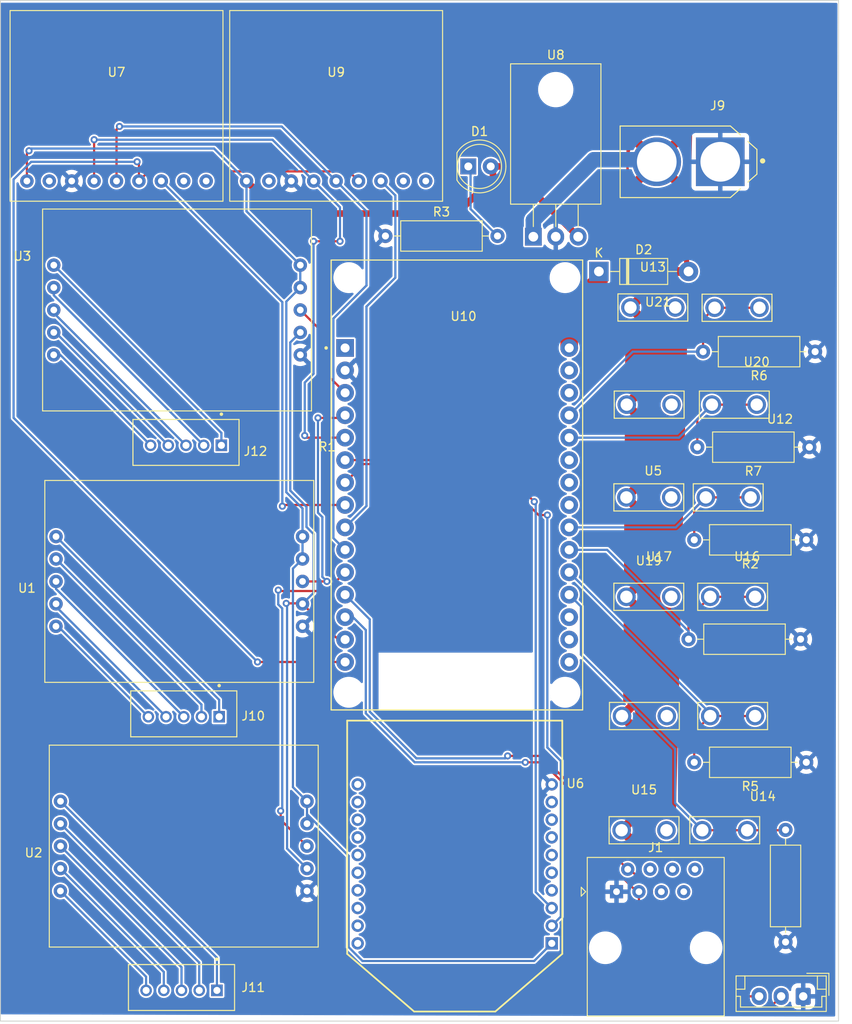
<source format=kicad_pcb>
(kicad_pcb (version 20241229) (generator "pcbnew") (generator_version "9.0")
  (layers (0 "F.Cu" signal) (2 "B.Cu" signal) (13 "F.Paste" user) (15 "B.Paste" user) (5 "F.SilkS" user "F.Silkscreen") (7 "B.SilkS" user "B.Silkscreen") (1 "F.Mask" user) (3 "B.Mask" user) (25 "Edge.Cuts" user))
  (net 0 "")
  (net 1 "Net-(D1-K)")
  (net 2 "Net-(U1-GRN)")
  (net 3 "Net-(U1-WHT)")
  (net 4 "Net-(U1-BLK)")
  (net 5 "Net-(U1-YLW)")
  (net 6 "Net-(U1-RED)")
  (net 7 "Net-(U2-WHT)")
  (net 8 "Net-(U2-RED)")
  (net 9 "Net-(U2-BLK)")
  (net 10 "Net-(U2-YLW)")
  (net 11 "Net-(U2-GRN)")
  (net 12 "Net-(U3-YLW)")
  (net 13 "Net-(U3-WHT)")
  (net 14 "Net-(U3-GRN)")
  (net 15 "Net-(U3-RED)")
  (net 16 "+12V")
  (net 17 "GND")
  (net 18 "PT34")
  (net 19 "PT35")
  (net 20 "PT33")
  (net 21 "PT32")
  (net 22 "+3V3")
  (net 23 "CS1")
  (net 24 "CS2")
  (net 25 "SCK")
  (net 26 "SDO")
  (net 27 "SDI")
  (net 28 "DIN")
  (net 29 "DOUT")
  (net 30 "Net-(U3-BLK)")
  (net 51 "CLK")
  (net 52 "DAT")
  (net 57 "RX0")
  (net 58 "TX0")
  (net 66 "PT12")
  (net 67 "PT14")
  (net 68 "VIN")
  (net 70 "DAT2")
  (net 71 "DAT3")
  (footprint "Launchbox:Disconnect_Connector" (layer "F.Cu") (at 201.142 67.2945)
    (property "Reference" "U18" (hide yes))
    (property "Value" "Male_Tab_Connector" (hide yes))
    (pad "1" thru_hole circle (at -2.54 4.08) (size 2.1 2.1) (drill 1.4) (layers "*.Cu" "*.Mask") (net 66 "PT12"))
    (pad "2" thru_hole circle (at 2.54 4.08) (size 2.1 2.1) (drill 1.4) (layers "*.Cu" "*.Mask") (net 66 "PT12"))
  )
  (footprint "Connector_RJ:RJ45_Amphenol_54602-x08_Horizontal" (layer "F.Cu") (at 187.482 137.496)
    (property "Reference" "J1" (at 4.445 -5 0) (layer "F.SilkS"))
    (property "Value" "RJ45")
    (pad "" np_thru_hole circle (at -1.27 6.35) (size 3.2 3.2) (drill 3.2) (layers "*.Cu" "*.Mask"))
    (pad "" np_thru_hole circle (at 10.16 6.35) (size 3.2 3.2) (drill 3.2) (layers "*.Cu" "*.Mask"))
    (pad "1" thru_hole rect (at 0 0) (size 1.5 1.5) (drill 0.76) (layers "*.Cu" "*.Mask") (net 17 "GND"))
    (pad "2" thru_hole circle (at 1.27 -2.54) (size 1.5 1.5) (drill 0.76) (layers "*.Cu" "*.Mask") (net 57 "RX0"))
    (pad "3" thru_hole circle (at 2.54 0) (size 1.5 1.5) (drill 0.76) (layers "*.Cu" "*.Mask") (net 58 "TX0"))
    (pad "4" thru_hole circle (at 3.81 -2.54) (size 1.5 1.5) (drill 0.76) (layers "*.Cu" "*.Mask"))
    (pad "5" thru_hole circle (at 5.08 0) (size 1.5 1.5) (drill 0.76) (layers "*.Cu" "*.Mask"))
    (pad "6" thru_hole circle (at 6.35 -2.54) (size 1.5 1.5) (drill 0.76) (layers "*.Cu" "*.Mask"))
    (pad "7" thru_hole circle (at 7.62 0) (size 1.5 1.5) (drill 0.76) (layers "*.Cu" "*.Mask"))
    (pad "8" thru_hole circle (at 8.89 -2.54) (size 1.5 1.5) (drill 0.76) (layers "*.Cu" "*.Mask"))
  )
  (footprint "LED_THT:LED_D5.0mm" (layer "F.Cu") (at 170.683 55.372)
    (property "Reference" "D1" (at 1.27 -3.96 0) (layer "F.SilkS"))
    (property "Value" "LED")
    (pad "1" thru_hole rect (at 0 0) (size 1.8 1.8) (drill 0.9) (layers "*.Cu" "*.Mask") (net 1 "Net-(D1-K)"))
    (pad "2" thru_hole circle (at 2.54 0) (size 1.8 1.8) (drill 0.9) (layers "*.Cu" "*.Mask") (net 22 "+3V3"))
  )
  (footprint "Launchbox:TE_1735446-5" (layer "F.Cu") (at 138.43 117.6865)
    (property "Reference" "J10" (at 7.874 -0.0845 0) (layer "F.SilkS"))
    (property "Value" "440055-5")
    (pad "1" thru_hole rect (at 4.013 0) (size 1.308 1.308) (drill 0.8) (layers "*.Cu" "*.Mask") (net 6 "Net-(U1-RED)"))
    (pad "2" thru_hole circle (at 2.007 0) (size 1.308 1.308) (drill 0.8) (layers "*.Cu" "*.Mask") (net 4 "Net-(U1-BLK)"))
    (pad "3" thru_hole circle (at 0 0) (size 1.308 1.308) (drill 0.8) (layers "*.Cu" "*.Mask") (net 3 "Net-(U1-WHT)"))
    (pad "4" thru_hole circle (at -2.007 0) (size 1.308 1.308) (drill 0.8) (layers "*.Cu" "*.Mask") (net 2 "Net-(U1-GRN)"))
    (pad "5" thru_hole circle (at -4.013 0) (size 1.308 1.308) (drill 0.8) (layers "*.Cu" "*.Mask") (net 5 "Net-(U1-YLW)"))
  )
  (footprint "Launchbox:XBee" (layer "F.Cu") (at 169.142 134.596 180)
    (property "Reference" "U6" (at -13.67664 9.3535 180) (layer "F.SilkS") (effects (font (size 1.003055 1.003055))))
    (property "Value" "XBee_Breakout")
    (pad "1" thru_hole rect (at -11 -8.75 180) (size 1.4 1.4) (drill 0.8) (layers "*.Cu" "*.Mask") (net 22 "+3V3"))
    (pad "2" thru_hole circle (at -11 -6.75 180) (size 1.4 1.4) (drill 0.8) (layers "*.Cu" "*.Mask") (net 29 "DOUT"))
    (pad "3" thru_hole circle (at -11 -4.75 180) (size 1.4 1.4) (drill 0.8) (layers "*.Cu" "*.Mask") (net 28 "DIN"))
    (pad "4" thru_hole circle (at -11 -2.75 180) (size 1.4 1.4) (drill 0.8) (layers "*.Cu" "*.Mask"))
    (pad "5" thru_hole circle (at -11 -0.75 180) (size 1.4 1.4) (drill 0.8) (layers "*.Cu" "*.Mask"))
    (pad "6" thru_hole circle (at -11 1.25 180) (size 1.4 1.4) (drill 0.8) (layers "*.Cu" "*.Mask"))
    (pad "7" thru_hole circle (at -11 3.25 180) (size 1.4 1.4) (drill 0.8) (layers "*.Cu" "*.Mask"))
    (pad "8" thru_hole circle (at -11 5.25 180) (size 1.4 1.4) (drill 0.8) (layers "*.Cu" "*.Mask"))
    (pad "9" thru_hole circle (at -11 7.25 180) (size 1.4 1.4) (drill 0.8) (layers "*.Cu" "*.Mask"))
    (pad "10" thru_hole circle (at -11 9.25 180) (size 1.4 1.4) (drill 0.8) (layers "*.Cu" "*.Mask") (net 17 "GND"))
    (pad "11" thru_hole circle (at 11 -8.75 180) (size 1.4 1.4) (drill 0.8) (layers "*.Cu" "*.Mask"))
    (pad "12" thru_hole circle (at 11 -6.75 180) (size 1.4 1.4) (drill 0.8) (layers "*.Cu" "*.Mask"))
    (pad "13" thru_hole circle (at 11 -4.75 180) (size 1.4 1.4) (drill 0.8) (layers "*.Cu" "*.Mask"))
    (pad "14" thru_hole circle (at 11 -2.75 180) (size 1.4 1.4) (drill 0.8) (layers "*.Cu" "*.Mask"))
    (pad "15" thru_hole circle (at 11 -0.75 180) (size 1.4 1.4) (drill 0.8) (layers "*.Cu" "*.Mask"))
    (pad "16" thru_hole circle (at 11 1.25 180) (size 1.4 1.4) (drill 0.8) (layers "*.Cu" "*.Mask"))
    (pad "17" thru_hole circle (at 11 3.25 180) (size 1.4 1.4) (drill 0.8) (layers "*.Cu" "*.Mask"))
    (pad "18" thru_hole circle (at 11 5.25 180) (size 1.4 1.4) (drill 0.8) (layers "*.Cu" "*.Mask"))
    (pad "19" thru_hole circle (at 11 7.25 180) (size 1.4 1.4) (drill 0.8) (layers "*.Cu" "*.Mask"))
    (pad "20" thru_hole circle (at 11 9.25 180) (size 1.4 1.4) (drill 0.8) (layers "*.Cu" "*.Mask"))
  )
  (footprint "Launchbox:MAX31856" (layer "F.Cu") (at 155.702 48.514)
    (property "Reference" "U9" (at 0 -3.81 0) (layer "F.SilkS"))
    (property "Value" "MAX31856")
    (pad "1" thru_hole circle (at -10.16 8.509) (size 1.524 1.524) (drill 0.762) (layers "*.Cu" "*.Mask") (net 22 "+3V3"))
    (pad "2" thru_hole circle (at -7.62 8.509) (size 1.524 1.524) (drill 0.762) (layers "*.Cu" "*.Mask"))
    (pad "3" thru_hole circle (at -5.08 8.509) (size 1.524 1.524) (drill 0.762) (layers "*.Cu" "*.Mask") (net 17 "GND"))
    (pad "4" thru_hole circle (at -2.54 8.509) (size 1.524 1.524) (drill 0.762) (layers "*.Cu" "*.Mask") (net 25 "SCK"))
    (pad "5" thru_hole circle (at 0 8.509) (size 1.524 1.524) (drill 0.762) (layers "*.Cu" "*.Mask") (net 26 "SDO"))
    (pad "6" thru_hole circle (at 2.54 8.509) (size 1.524 1.524) (drill 0.762) (layers "*.Cu" "*.Mask") (net 27 "SDI"))
    (pad "7" thru_hole circle (at 5.08 8.509) (size 1.524 1.524) (drill 0.762) (layers "*.Cu" "*.Mask") (net 24 "CS2"))
    (pad "8" thru_hole circle (at 7.62 8.509) (size 1.524 1.524) (drill 0.762) (layers "*.Cu" "*.Mask"))
    (pad "9" thru_hole circle (at 10.16 8.509) (size 1.524 1.524) (drill 0.762) (layers "*.Cu" "*.Mask"))
  )
  (footprint "ESP32-DEVKIT-V1:MODULE_ESP32_DEVKIT_V1" (layer "F.Cu") (at 169.418 91.44)
    (property "Reference" "U10" (at 0.724 -19.094 0) (layer "F.SilkS"))
    (property "Value" "ESP32-DEVKIT-V1_1")
    (pad "" np_thru_hole circle (at -12.28 -23.475) (size 3 3) (drill 3) (layers "*.Cu" "*.Mask"))
    (pad "" np_thru_hole circle (at -12.28 23.475) (size 3 3) (drill 3) (layers "*.Cu" "*.Mask"))
    (pad "" np_thru_hole circle (at 12.23 -23.475) (size 3 3) (drill 3) (layers "*.Cu" "*.Mask"))
    (pad "" np_thru_hole circle (at 12.23 23.475) (size 3 3) (drill 3) (layers "*.Cu" "*.Mask"))
    (pad "1" thru_hole rect (at -12.7 -15.515) (size 2 2) (drill 1.02) (layers "*.Cu" "*.Mask"))
    (pad "2" thru_hole circle (at -12.7 -12.975) (size 2 2) (drill 1.02) (layers "*.Cu" "*.Mask") (net 17 "GND"))
    (pad "3" thru_hole circle (at -12.7 -10.435) (size 2 2) (drill 1.02) (layers "*.Cu" "*.Mask") (net 71 "DAT3"))
    (pad "4" thru_hole circle (at -12.7 -7.895) (size 2 2) (drill 1.02) (layers "*.Cu" "*.Mask") (net 70 "DAT2"))
    (pad "5" thru_hole circle (at -12.7 -5.355) (size 2 2) (drill 1.02) (layers "*.Cu" "*.Mask") (net 25 "SCK"))
    (pad "6" thru_hole circle (at -12.7 -2.815) (size 2 2) (drill 1.02) (layers "*.Cu" "*.Mask") (net 28 "DIN"))
    (pad "7" thru_hole circle (at -12.7 -0.275) (size 2 2) (drill 1.02) (layers "*.Cu" "*.Mask") (net 29 "DOUT"))
    (pad "8" thru_hole circle (at -12.7 2.265) (size 2 2) (drill 1.02) (layers "*.Cu" "*.Mask") (net 23 "CS1"))
    (pad "9" thru_hole circle (at -12.7 4.805) (size 2 2) (drill 1.02) (layers "*.Cu" "*.Mask") (net 24 "CS2"))
    (pad "10" thru_hole circle (at -12.7 7.345) (size 2 2) (drill 1.02) (layers "*.Cu" "*.Mask") (net 26 "SDO"))
    (pad "11" thru_hole circle (at -12.7 9.885) (size 2 2) (drill 1.02) (layers "*.Cu" "*.Mask") (net 52 "DAT"))
    (pad "12" thru_hole circle (at -12.7 12.425) (size 2 2) (drill 1.02) (layers "*.Cu" "*.Mask") (net 57 "RX0"))
    (pad "13" thru_hole circle (at -12.7 14.965) (size 2 2) (drill 1.02) (layers "*.Cu" "*.Mask") (net 58 "TX0"))
    (pad "14" thru_hole circle (at -12.7 17.505) (size 2 2) (drill 1.02) (layers "*.Cu" "*.Mask") (net 51 "CLK"))
    (pad "15" thru_hole circle (at -12.7 20.045) (size 2 2) (drill 1.02) (layers "*.Cu" "*.Mask") (net 27 "SDI"))
    (pad "16" thru_hole circle (at 12.7 -15.515) (size 2 2) (drill 1.02) (layers "*.Cu" "*.Mask") (net 68 "VIN"))
    (pad "17" thru_hole circle (at 12.7 -12.975) (size 2 2) (drill 1.02) (layers "*.Cu" "*.Mask"))
    (pad "18" thru_hole circle (at 12.7 -10.435) (size 2 2) (drill 1.02) (layers "*.Cu" "*.Mask"))
    (pad "19" thru_hole circle (at 12.7 -7.895) (size 2 2) (drill 1.02) (layers "*.Cu" "*.Mask") (net 66 "PT12"))
    (pad "20" thru_hole circle (at 12.7 -5.355) (size 2 2) (drill 1.02) (layers "*.Cu" "*.Mask") (net 67 "PT14"))
    (pad "21" thru_hole circle (at 12.7 -2.815) (size 2 2) (drill 1.02) (layers "*.Cu" "*.Mask"))
    (pad "22" thru_hole circle (at 12.7 -0.275) (size 2 2) (drill 1.02) (layers "*.Cu" "*.Mask"))
    (pad "23" thru_hole circle (at 12.7 2.265) (size 2 2) (drill 1.02) (layers "*.Cu" "*.Mask"))
    (pad "24" thru_hole circle (at 12.7 4.805) (size 2 2) (drill 1.02) (layers "*.Cu" "*.Mask") (net 20 "PT33"))
    (pad "25" thru_hole circle (at 12.7 7.345) (size 2 2) (drill 1.02) (layers "*.Cu" "*.Mask") (net 21 "PT32"))
    (pad "26" thru_hole circle (at 12.7 9.885) (size 2 2) (drill 1.02) (layers "*.Cu" "*.Mask") (net 19 "PT35"))
    (pad "27" thru_hole circle (at 12.7 12.425) (size 2 2) (drill 1.02) (layers "*.Cu" "*.Mask") (net 18 "PT34"))
    (pad "28" thru_hole circle (at 12.7 14.965) (size 2 2) (drill 1.02) (layers "*.Cu" "*.Mask"))
    (pad "29" thru_hole circle (at 12.7 17.505) (size 2 2) (drill 1.02) (layers "*.Cu" "*.Mask"))
    (pad "30" thru_hole circle (at 12.7 20.045) (size 2 2) (drill 1.02) (layers "*.Cu" "*.Mask"))
    (zone (net 0) (net_name "") (layer "F.Cu") (connect_pads (clearance 0)) (min_thickness 0.01)
      (keepout (tracks not_allowed) (vias not_allowed) (pads not_allowed) (copperpour not_allowed) (footprints allowed))
      (fill (thermal_gap 0.508) (thermal_bridge_width 0.508))
      (polygon (pts (xy 160.508 110.425) (xy 178.198 110.425) (xy 178.198 116.915) (xy 160.508 116.915)))
    )
    (zone (net 0) (net_name "") (layer "B.Cu") (connect_pads (clearance 0)) (min_thickness 0.01)
      (keepout (tracks not_allowed) (vias not_allowed) (pads not_allowed) (copperpour not_allowed) (footprints allowed))
      (fill (thermal_gap 0.508) (thermal_bridge_width 0.508))
      (polygon (pts (xy 160.508 110.425) (xy 178.198 110.425) (xy 178.198 116.915) (xy 160.508 116.915)))
    )
  )
  (footprint "Launchbox:Disconnect_Connector" (layer "F.Cu") (at 191.182 78.266)
    (property "Reference" "U21" (at 1.01 -7.5435 0) (layer "F.SilkS"))
    (property "Value" "Female_Tab_Connector" (hide yes))
    (pad "1" thru_hole circle (at -2.54 4.08) (size 2.1 2.1) (drill 1.4) (layers "*.Cu" "*.Mask") (net 16 "+12V"))
    (pad "2" thru_hole circle (at 2.54 4.08) (size 2.1 2.1) (drill 1.4) (layers "*.Cu" "*.Mask"))
  )
  (footprint "Launchbox:Disconnect_Connector" (layer "F.Cu") (at 200.642 100.0235)
    (property "Reference" "U4" (hide yes))
    (property "Value" "Male_Tab_Connector" (hide yes))
    (pad "1" thru_hole circle (at -2.54 4.08) (size 2.1 2.1) (drill 1.4) (layers "*.Cu" "*.Mask") (net 21 "PT32"))
    (pad "2" thru_hole circle (at 2.54 4.08) (size 2.1 2.1) (drill 1.4) (layers "*.Cu" "*.Mask") (net 21 "PT32"))
  )
  (footprint "Launchbox:Disconnect_Connector" (layer "F.Cu") (at 191.602 67.266)
    (property "Reference" "U13" (at 0 -0.5 0) (layer "F.SilkS"))
    (property "Value" "Female_Tab_Connector" (hide yes))
    (pad "1" thru_hole circle (at -2.54 4.08) (size 2.1 2.1) (drill 1.4) (layers "*.Cu" "*.Mask") (net 16 "+12V"))
    (pad "2" thru_hole circle (at 2.54 4.08) (size 2.1 2.1) (drill 1.4) (layers "*.Cu" "*.Mask"))
  )
  (footprint "Resistor_THT:R_Axial_DIN0309_L9.0mm_D3.2mm_P12.70mm_Horizontal" (layer "F.Cu") (at 206.642 143.196 90)
    (property "Reference" "R4" (hide yes))
    (property "Value" "R_US")
    (pad "1" thru_hole circle (at 0 0 90) (size 1.6 1.6) (drill 0.8) (layers "*.Cu" "*.Mask") (net 17 "GND"))
    (pad "2" thru_hole oval (at 12.7 0 90) (size 1.6 1.6) (drill 0.8) (layers "*.Cu" "*.Mask") (net 18 "PT34"))
  )
  (footprint "Diode_THT:D_DO-41_SOD81_P10.16mm_Horizontal" (layer "F.Cu") (at 185.482 67.266)
    (property "Reference" "D2" (at 5.08 -2.47 0) (layer "F.SilkS"))
    (property "Value" "1N4002")
    (fp_text user "K" (at 0 -2.1 0) (layer "F.SilkS"))
    (pad "1" thru_hole rect (at 0 0) (size 2.2 2.2) (drill 1.1) (layers "*.Cu" "*.Mask") (net 68 "VIN"))
    (pad "2" thru_hole oval (at 10.16 0) (size 2.2 2.2) (drill 1.1) (layers "*.Cu" "*.Mask") (net 16 "+12V"))
  )
  (footprint "Resistor_THT:R_Axial_DIN0309_L9.0mm_D3.2mm_P12.70mm_Horizontal" (layer "F.Cu") (at 209.342 87.156 180)
    (property "Reference" "R7" (at 6.35 -2.72 0) (layer "F.SilkS"))
    (property "Value" "R_US")
    (pad "1" thru_hole circle (at 0 0 180) (size 1.6 1.6) (drill 0.8) (layers "*.Cu" "*.Mask") (net 17 "GND"))
    (pad "2" thru_hole oval (at 12.7 0 180) (size 1.6 1.6) (drill 0.8) (layers "*.Cu" "*.Mask") (net 67 "PT14"))
  )
  (footprint "Resistor_THT:R_Axial_DIN0309_L9.0mm_D3.2mm_P12.70mm_Horizontal" (layer "F.Cu") (at 208.342 108.903 180)
    (property "Reference" "R1" (at 53.658 21.78 0) (layer "F.SilkS"))
    (property "Value" "R_US")
    (pad "1" thru_hole circle (at 0 0 180) (size 1.6 1.6) (drill 0.8) (layers "*.Cu" "*.Mask") (net 17 "GND"))
    (pad "2" thru_hole oval (at 12.7 0 180) (size 1.6 1.6) (drill 0.8) (layers "*.Cu" "*.Mask") (net 21 "PT32"))
  )
  (footprint "Connector_JST:JST_EH_B3B-EH-A_1x03_P2.50mm_Vertical" (layer "F.Cu") (at 208.642 149.346 180)
    (property "Reference" "U11" (hide yes))
    (property "Value" "SerialScrewTerminals")
    (pad "1" thru_hole roundrect (at 0 0 180) (size 1.7 1.95) (drill 0.95) (layers "*.Cu" "*.Mask") (roundrect_rratio 0.1470588235) (net 17 "GND"))
    (pad "2" thru_hole oval (at 2.5 0 180) (size 1.7 1.95) (drill 0.95) (layers "*.Cu" "*.Mask") (net 58 "TX0"))
    (pad "3" thru_hole oval (at 5 0 180) (size 1.7 1.95) (drill 0.95) (layers "*.Cu" "*.Mask") (net 57 "RX0"))
  )
  (footprint "Launchbox:Disconnect_Connector" (layer "F.Cu") (at 191.142 100.0235)
    (property "Reference" "U19" (at 0 0 0) (layer "F.SilkS"))
    (property "Value" "Female_Tab_Connector" (hide yes))
    (pad "1" thru_hole circle (at -2.54 4.08) (size 2.1 2.1) (drill 1.4) (layers "*.Cu" "*.Mask") (net 16 "+12V"))
    (pad "2" thru_hole circle (at 2.54 4.08) (size 2.1 2.1) (drill 1.4) (layers "*.Cu" "*.Mask"))
  )
  (footprint "Resistor_THT:R_Axial_DIN0309_L9.0mm_D3.2mm_P12.70mm_Horizontal" (layer "F.Cu") (at 208.992 97.657 180)
    (property "Reference" "R2" (at 6.35 -2.72 0) (layer "F.SilkS"))
    (property "Value" "R_US")
    (pad "1" thru_hole circle (at 0 0 180) (size 1.6 1.6) (drill 0.8) (layers "*.Cu" "*.Mask") (net 17 "GND"))
    (pad "2" thru_hole oval (at 12.7 0 180) (size 1.6 1.6) (drill 0.8) (layers "*.Cu" "*.Mask") (net 20 "PT33"))
  )
  (footprint "Launchbox:AMASS_XT60-M" (layer "F.Cu") (at 195.642 54.846 180)
    (property "Reference" "J9" (at -3.302 6.35 0) (layer "F.SilkS") (effects (font (size 1.000693 1.000693))))
    (property "Value" "CaelusPCB-rescue_XT60-M-CaelusPCB" (hide yes))
    (pad "1" thru_hole rect (at -3.6 0 180) (size 5.516 5.516) (drill 4.5) (layers "*.Cu" "*.Mask") (net 17 "GND"))
    (pad "2" thru_hole circle (at 3.6 0 180) (size 5.516 5.516) (drill 4.5) (layers "*.Cu" "*.Mask") (net 16 "+12V"))
  )
  (footprint "Launchbox:Disconnect_Connector" (layer "F.Cu") (at 199.746 126.456)
    (property "Reference" "U14" (at 4.318 0.254 0) (layer "F.SilkS"))
    (property "Value" "Male_Tab_Connector" (hide yes))
    (pad "1" thru_hole circle (at -2.54 4.08) (size 2.1 2.1) (drill 1.4) (layers "*.Cu" "*.Mask") (net 18 "PT34"))
    (pad "2" thru_hole circle (at 2.54 4.08) (size 2.1 2.1) (drill 1.4) (layers "*.Cu" "*.Mask") (net 18 "PT34"))
  )
  (footprint "Launchbox:Disconnect_Connector" (layer "F.Cu") (at 191.142 88.767)
    (property "Reference" "U5" (at 0.5 1.079 0) (layer "F.SilkS"))
    (property "Value" "Female_Tab_Connector" (hide yes))
    (pad "1" thru_hole circle (at -2.54 4.08) (size 2.1 2.1) (drill 1.4) (layers "*.Cu" "*.Mask") (net 16 "+12V"))
    (pad "2" thru_hole circle (at 2.54 4.08) (size 2.1 2.1) (drill 1.4) (layers "*.Cu" "*.Mask"))
  )
  (footprint "Launchbox:Disconnect_Connector" (layer "F.Cu") (at 190.602 126.456)
    (property "Reference" "U15" (at 0 -0.5 0) (layer "F.SilkS"))
    (property "Value" "Female_Tab_Connector" (hide yes))
    (pad "1" thru_hole circle (at -2.54 4.08) (size 2.1 2.1) (drill 1.4) (layers "*.Cu" "*.Mask") (net 16 "+12V"))
    (pad "2" thru_hole circle (at 2.54 4.08) (size 2.1 2.1) (drill 1.4) (layers "*.Cu" "*.Mask"))
  )
  (footprint "Launchbox:LoadCellAmp" (layer "F.Cu") (at 137.922 102.362)
    (property "Reference" "U1" (at -17.272 0.762 0) (layer "F.SilkS"))
    (property "Value" "LoadCellAmp")
    (pad "1" thru_hole circle (at -13.97 -5.08) (size 1.524 1.524) (drill 0.762) (layers "*.Cu" "*.Mask") (net 6 "Net-(U1-RED)"))
    (pad "2" thru_hole circle (at -13.97 -2.54) (size 1.524 1.524) (drill 0.762) (layers "*.Cu" "*.Mask") (net 4 "Net-(U1-BLK)"))
    (pad "3" thru_hole circle (at -13.97 0) (size 1.524 1.524) (drill 0.762) (layers "*.Cu" "*.Mask") (net 3 "Net-(U1-WHT)"))
    (pad "4" thru_hole circle (at -13.97 2.54) (size 1.524 1.524) (drill 0.762) (layers "*.Cu" "*.Mask") (net 2 "Net-(U1-GRN)"))
    (pad "5" thru_hole circle (at -13.98 5.08) (size 1.524 1.524) (drill 0.762) (layers "*.Cu" "*.Mask") (net 5 "Net-(U1-YLW)"))
    (pad "6" thru_hole circle (at 13.97 5.08) (size 1.524 1.524) (drill 0.762) (layers "*.Cu" "*.Mask") (net 17 "GND"))
    (pad "7" thru_hole circle (at 13.97 2.54) (size 1.524 1.524) (drill 0.762) (layers "*.Cu" "*.Mask") (net 51 "CLK"))
    (pad "8" thru_hole circle (at 13.97 0) (size 1.524 1.524) (drill 0.762) (layers "*.Cu" "*.Mask") (net 70 "DAT2"))
    (pad "9" thru_hole circle (at 13.97 -2.54) (size 1.524 1.524) (drill 0.762) (layers "*.Cu" "*.Mask") (net 22 "+3V3"))
    (pad "10" thru_hole circle (at 13.97 -5.08) (size 1.524 1.524) (drill 0.762) (layers "*.Cu" "*.Mask") (net 22 "+3V3"))
  )
  (footprint "Launchbox:Disconnect_Connector" (layer "F.Cu") (at 200.834 78.266)
    (property "Reference" "U20" (at 2.54 -0.762 0) (layer "F.SilkS"))
    (property "Value" "Male_Tab_Connector" (hide yes))
    (pad "1" thru_hole circle (at -2.54 4.08) (size 2.1 2.1) (drill 1.4) (layers "*.Cu" "*.Mask") (net 67 "PT14"))
    (pad "2" thru_hole circle (at 2.54 4.08) (size 2.1 2.1) (drill 1.4) (layers "*.Cu" "*.Mask") (net 67 "PT14"))
  )
  (footprint "Resistor_THT:R_Axial_DIN0309_L9.0mm_D3.2mm_P12.70mm_Horizontal" (layer "F.Cu") (at 208.992 122.846 180)
    (property "Reference" "R5" (at 6.35 -2.72 0) (layer "F.SilkS"))
    (property "Value" "R_US")
    (pad "1" thru_hole circle (at 0 0 180) (size 1.6 1.6) (drill 0.8) (layers "*.Cu" "*.Mask") (net 17 "GND"))
    (pad "2" thru_hole oval (at 12.7 0 180) (size 1.6 1.6) (drill 0.8) (layers "*.Cu" "*.Mask") (net 19 "PT35"))
  )
  (footprint "Launchbox:TE_1735446-5" (layer "F.Cu") (at 138.684 86.9525)
    (property "Reference" "J12" (at 7.874 0.6775 0) (layer "F.SilkS"))
    (property "Value" "440055-5")
    (pad "1" thru_hole rect (at 4.013 0) (size 1.308 1.308) (drill 0.8) (layers "*.Cu" "*.Mask") (net 15 "Net-(U3-RED)"))
    (pad "2" thru_hole circle (at 2.007 0) (size 1.308 1.308) (drill 0.8) (layers "*.Cu" "*.Mask") (net 30 "Net-(U3-BLK)"))
    (pad "3" thru_hole circle (at 0 0) (size 1.308 1.308) (drill 0.8) (layers "*.Cu" "*.Mask") (net 13 "Net-(U3-WHT)"))
    (pad "4" thru_hole circle (at -2.007 0) (size 1.308 1.308) (drill 0.8) (layers "*.Cu" "*.Mask") (net 14 "Net-(U3-GRN)"))
    (pad "5" thru_hole circle (at -4.013 0) (size 1.308 1.308) (drill 0.8) (layers "*.Cu" "*.Mask") (net 12 "Net-(U3-YLW)"))
  )
  (footprint "Resistor_THT:R_Axial_DIN0309_L9.0mm_D3.2mm_P12.70mm_Horizontal" (layer "F.Cu") (at 209.992 76.346 180)
    (property "Reference" "R6" (at 6.35 -2.72 0) (layer "F.SilkS"))
    (property "Value" "R_US")
    (pad "1" thru_hole circle (at 0 0 180) (size 1.6 1.6) (drill 0.8) (layers "*.Cu" "*.Mask") (net 17 "GND"))
    (pad "2" thru_hole oval (at 12.7 0 180) (size 1.6 1.6) (drill 0.8) (layers "*.Cu" "*.Mask") (net 66 "PT12"))
  )
  (footprint "Launchbox:TE_1735446-5" (layer "F.Cu") (at 138.176 148.6745)
    (property "Reference" "J11" (at 8.128 -0.3385 0) (layer "F.SilkS"))
    (property "Value" "440055-5")
    (pad "1" thru_hole rect (at 4.013 0) (size 1.308 1.308) (drill 0.8) (layers "*.Cu" "*.Mask") (net 8 "Net-(U2-RED)"))
    (pad "2" thru_hole circle (at 2.007 0) (size 1.308 1.308) (drill 0.8) (layers "*.Cu" "*.Mask") (net 9 "Net-(U2-BLK)"))
    (pad "3" thru_hole circle (at 0 0) (size 1.308 1.308) (drill 0.8) (layers "*.Cu" "*.Mask") (net 7 "Net-(U2-WHT)"))
    (pad "4" thru_hole circle (at -2.007 0) (size 1.308 1.308) (drill 0.8) (layers "*.Cu" "*.Mask") (net 11 "Net-(U2-GRN)"))
    (pad "5" thru_hole circle (at -4.013 0) (size 1.308 1.308) (drill 0.8) (layers "*.Cu" "*.Mask") (net 10 "Net-(U2-YLW)"))
  )
  (footprint "Launchbox:LoadCellAmp" (layer "F.Cu") (at 138.43 132.334)
    (property "Reference" "U2" (at -17.018 0.762 0) (layer "F.SilkS"))
    (property "Value" "LoadCellAmp")
    (pad "1" thru_hole circle (at -13.97 -5.08) (size 1.524 1.524) (drill 0.762) (layers "*.Cu" "*.Mask") (net 8 "Net-(U2-RED)"))
    (pad "2" thru_hole circle (at -13.97 -2.54) (size 1.524 1.524) (drill 0.762) (layers "*.Cu" "*.Mask") (net 9 "Net-(U2-BLK)"))
    (pad "3" thru_hole circle (at -13.97 0) (size 1.524 1.524) (drill 0.762) (layers "*.Cu" "*.Mask") (net 7 "Net-(U2-WHT)"))
    (pad "4" thru_hole circle (at -13.97 2.54) (size 1.524 1.524) (drill 0.762) (layers "*.Cu" "*.Mask") (net 11 "Net-(U2-GRN)"))
    (pad "5" thru_hole circle (at -13.98 5.08) (size 1.524 1.524) (drill 0.762) (layers "*.Cu" "*.Mask") (net 10 "Net-(U2-YLW)"))
    (pad "6" thru_hole circle (at 13.97 5.08) (size 1.524 1.524) (drill 0.762) (layers "*.Cu" "*.Mask") (net 17 "GND"))
    (pad "7" thru_hole circle (at 13.97 2.54) (size 1.524 1.524) (drill 0.762) (layers "*.Cu" "*.Mask") (net 51 "CLK"))
    (pad "8" thru_hole circle (at 13.97 0) (size 1.524 1.524) (drill 0.762) (layers "*.Cu" "*.Mask") (net 52 "DAT"))
    (pad "9" thru_hole circle (at 13.97 -2.54) (size 1.524 1.524) (drill 0.762) (layers "*.Cu" "*.Mask") (net 22 "+3V3"))
    (pad "10" thru_hole circle (at 13.97 -5.08) (size 1.524 1.524) (drill 0.762) (layers "*.Cu" "*.Mask") (net 22 "+3V3"))
  )
  (footprint "Launchbox:LoadCellAmp" (layer "F.Cu") (at 137.668 71.628)
    (property "Reference" "U3" (at -17.526 -6.096 0) (layer "F.SilkS"))
    (property "Value" "LoadCellAmp")
    (pad "1" thru_hole circle (at -13.97 -5.08) (size 1.524 1.524) (drill 0.762) (layers "*.Cu" "*.Mask") (net 15 "Net-(U3-RED)"))
    (pad "2" thru_hole circle (at -13.97 -2.54) (size 1.524 1.524) (drill 0.762) (layers "*.Cu" "*.Mask") (net 30 "Net-(U3-BLK)"))
    (pad "3" thru_hole circle (at -13.97 0) (size 1.524 1.524) (drill 0.762) (layers "*.Cu" "*.Mask") (net 13 "Net-(U3-WHT)"))
    (pad "4" thru_hole circle (at -13.97 2.54) (size 1.524 1.524) (drill 0.762) (layers "*.Cu" "*.Mask") (net 14 "Net-(U3-GRN)"))
    (pad "5" thru_hole circle (at -13.98 5.08) (size 1.524 1.524) (drill 0.762) (layers "*.Cu" "*.Mask") (net 12 "Net-(U3-YLW)"))
    (pad "6" thru_hole circle (at 13.97 5.08) (size 1.524 1.524) (drill 0.762) (layers "*.Cu" "*.Mask") (net 17 "GND"))
    (pad "7" thru_hole circle (at 13.97 2.54) (size 1.524 1.524) (drill 0.762) (layers "*.Cu" "*.Mask") (net 51 "CLK"))
    (pad "8" thru_hole circle (at 13.97 0) (size 1.524 1.524) (drill 0.762) (layers "*.Cu" "*.Mask") (net 71 "DAT3"))
    (pad "9" thru_hole circle (at 13.97 -2.54) (size 1.524 1.524) (drill 0.762) (layers "*.Cu" "*.Mask") (net 22 "+3V3"))
    (pad "10" thru_hole circle (at 13.97 -5.08) (size 1.524 1.524) (drill 0.762) (layers "*.Cu" "*.Mask") (net 22 "+3V3"))
  )
  (footprint "Launchbox:Disconnect_Connector" (layer "F.Cu") (at 200.142 88.767)
    (property "Reference" "U12" (at 5.866 -4.785 0) (layer "F.SilkS"))
    (property "Value" "Male_Tab_Connector" (hide yes))
    (pad "1" thru_hole circle (at -2.54 4.08) (size 2.1 2.1) (drill 1.4) (layers "*.Cu" "*.Mask") (net 20 "PT33"))
    (pad "2" thru_hole circle (at 2.54 4.08) (size 2.1 2.1) (drill 1.4) (layers "*.Cu" "*.Mask") (net 20 "PT33"))
  )
  (footprint "Launchbox:MAX31856" (layer "F.Cu") (at 130.81 48.514)
    (property "Reference" "U7" (at 0 -3.81 0) (layer "F.SilkS"))
    (property "Value" "MAX31856")
    (pad "1" thru_hole circle (at -10.16 8.509) (size 1.524 1.524) (drill 0.762) (layers "*.Cu" "*.Mask") (net 22 "+3V3"))
    (pad "2" thru_hole circle (at -7.62 8.509) (size 1.524 1.524) (drill 0.762) (layers "*.Cu" "*.Mask"))
    (pad "3" thru_hole circle (at -5.08 8.509) (size 1.524 1.524) (drill 0.762) (layers "*.Cu" "*.Mask") (net 17 "GND"))
    (pad "4" thru_hole circle (at -2.54 8.509) (size 1.524 1.524) (drill 0.762) (layers "*.Cu" "*.Mask") (net 25 "SCK"))
    (pad "5" thru_hole circle (at 0 8.509) (size 1.524 1.524) (drill 0.762) (layers "*.Cu" "*.Mask") (net 26 "SDO"))
    (pad "6" thru_hole circle (at 2.54 8.509) (size 1.524 1.524) (drill 0.762) (layers "*.Cu" "*.Mask") (net 27 "SDI"))
    (pad "7" thru_hole circle (at 5.08 8.509) (size 1.524 1.524) (drill 0.762) (layers "*.Cu" "*.Mask") (net 23 "CS1"))
    (pad "8" thru_hole circle (at 7.62 8.509) (size 1.524 1.524) (drill 0.762) (layers "*.Cu" "*.Mask"))
    (pad "9" thru_hole circle (at 10.16 8.509) (size 1.524 1.524) (drill 0.762) (layers "*.Cu" "*.Mask"))
  )
  (footprint "Launchbox:Disconnect_Connector" (layer "F.Cu") (at 200.642 113.5235)
    (property "Reference" "U16" (at 1.65 -13.9705 0) (layer "F.SilkS"))
    (property "Value" "Male_Tab_Connector" (hide yes))
    (pad "1" thru_hole circle (at -2.54 4.08) (size 2.1 2.1) (drill 1.4) (layers "*.Cu" "*.Mask") (net 19 "PT35"))
    (pad "2" thru_hole circle (at 2.54 4.08) (size 2.1 2.1) (drill 1.4) (layers "*.Cu" "*.Mask") (net 19 "PT35"))
  )
  (footprint "Package_TO_SOT_THT:TO-220-3_Horizontal_TabDown" (layer "F.Cu") (at 178.054 63.332)
    (property "Reference" "U8" (at 2.54 -20.58 0) (layer "F.SilkS"))
    (property "Value" "L7805")
    (pad "" np_thru_hole oval (at 2.54 -16.66) (size 3.5 3.5) (drill 3.5) (layers "*.Cu" "*.Mask"))
    (pad "1" thru_hole rect (at 0 0) (size 1.905 2) (drill 1.1) (layers "*.Cu" "*.Mask") (net 16 "+12V"))
    (pad "2" thru_hole oval (at 2.54 0) (size 1.905 2) (drill 1.1) (layers "*.Cu" "*.Mask") (net 17 "GND"))
    (pad "3" thru_hole oval (at 5.08 0) (size 1.905 2) (drill 1.1) (layers "*.Cu" "*.Mask") (net 22 "+3V3"))
  )
  (footprint "Resistor_THT:R_Axial_DIN0309_L9.0mm_D3.2mm_P12.70mm_Horizontal" (layer "F.Cu") (at 161.29 63.246)
    (property "Reference" "R3" (at 6.35 -2.72 0) (layer "F.SilkS"))
    (property "Value" "R")
    (pad "1" thru_hole circle (at 0 0) (size 1.6 1.6) (drill 0.8) (layers "*.Cu" "*.Mask") (net 17 "GND"))
    (pad "2" thru_hole oval (at 12.7 0) (size 1.6 1.6) (drill 0.8) (layers "*.Cu" "*.Mask") (net 1 "Net-(D1-K)"))
  )
  (footprint "Launchbox:Disconnect_Connector" (layer "F.Cu") (at 190.642 113.5235)
    (property "Reference" "U17" (at 1.65 -13.9705 0) (layer "F.SilkS"))
    (property "Value" "Female_Tab_Connector" (hide yes))
    (pad "1" thru_hole circle (at -2.54 4.08) (size 2.1 2.1) (drill 1.4) (layers "*.Cu" "*.Mask") (net 16 "+12V"))
    (pad "2" thru_hole circle (at 2.54 4.08) (size 2.1 2.1) (drill 1.4) (layers "*.Cu" "*.Mask"))
  )
  (gr_rect (start 117.654 36.576) (end 212.642 152.146) (stroke (width 0.1)) (fill no) (layer "Edge.Cuts"))
  (segment (start 170.937 60.193) (end 173.99 63.246) (width 0.25) (layer "B.Cu") (net 1))
  (segment (start 170.937 55.372) (end 170.937 60.193) (width 0.25) (layer "B.Cu") (net 1))
  (segment (start 123.952 105.2155) (end 123.952 104.902) (width 0.25) (layer "B.Cu") (net 2))
  (segment (start 136.423 117.6865) (end 123.952 105.2155) (width 0.25) (layer "B.Cu") (net 2))
  (segment (start 138.43 117.6865) (end 123.952 103.2085) (width 0.25) (layer "B.Cu") (net 3))
  (segment (start 123.952 103.2085) (end 123.952 102.362) (width 0.25) (layer "B.Cu") (net 3))
  (segment (start 140.437 117.6865) (end 140.437 116.307) (width 0.25) (layer "B.Cu") (net 4))
  (segment (start 140.437 116.307) (end 123.952 99.822) (width 0.25) (layer "B.Cu") (net 4))
  (segment (start 134.417 117.6865) (end 124.1725 107.442) (width 0.25) (layer "B.Cu") (net 5))
  (segment (start 124.1725 107.442) (end 123.942 107.442) (width 0.25) (layer "B.Cu") (net 5))
  (segment (start 142.443 117.6865) (end 142.443 115.773) (width 0.25) (layer "B.Cu") (net 6))
  (segment (start 142.443 115.773) (end 123.952 97.282) (width 0.25) (layer "B.Cu") (net 6))
  (segment (start 138.176 146.05) (end 124.46 132.334) (width 0.25) (layer "B.Cu") (net 7))
  (segment (start 138.176 148.6745) (end 138.176 146.05) (width 0.25) (layer "B.Cu") (net 7))
  (segment (start 142.189 148.6745) (end 142.189 144.983) (width 0.25) (layer "B.Cu") (net 8))
  (segment (start 142.189 144.983) (end 124.46 127.254) (width 0.25) (layer "B.Cu") (net 8))
  (segment (start 140.183 148.6745) (end 140.183 145.517) (width 0.25) (layer "B.Cu") (net 9))
  (segment (start 140.183 145.517) (end 124.46 129.794) (width 0.25) (layer "B.Cu") (net 9))
  (segment (start 134.163 147.127) (end 124.45 137.414) (width 0.25) (layer "B.Cu") (net 10))
  (segment (start 134.163 148.6745) (end 134.163 147.127) (width 0.25) (layer "B.Cu") (net 10))
  (segment (start 136.169 146.583) (end 124.46 134.874) (width 0.25) (layer "B.Cu") (net 11))
  (segment (start 136.169 148.6745) (end 136.169 146.583) (width 0.25) (layer "B.Cu") (net 11))
  (segment (start 124.4265 76.708) (end 123.688 76.708) (width 0.25) (layer "B.Cu") (net 12))
  (segment (start 134.671 86.9525) (end 124.4265 76.708) (width 0.25) (layer "B.Cu") (net 12))
  (segment (start 138.684 86.9525) (end 123.19 71.4585) (width 0.25) (layer "B.Cu") (net 13))
  (segment (start 136.677 86.9525) (end 123.8925 74.168) (width 0.25) (layer "B.Cu") (net 14))
  (segment (start 123.8925 74.168) (end 123.698 74.168) (width 0.25) (layer "B.Cu") (net 14))
  (segment (start 142.697 86.9525) (end 142.697 85.547) (width 0.25) (layer "B.Cu") (net 15))
  (segment (start 142.697 85.547) (end 123.698 66.548) (width 0.25) (layer "B.Cu") (net 15))
  (segment (start 192.042 54.846) (end 192.042 55.246) (width 2) (layer "F.Cu") (net 16))
  (segment (start 178.054 61.468) (end 178.054 63.332) (width 1.75) (layer "B.Cu") (net 16))
  (segment (start 191.218 54.61) (end 184.912 54.61) (width 1.75) (layer "B.Cu") (net 16))
  (segment (start 184.912 54.61) (end 178.054 61.468) (width 1.75) (layer "B.Cu") (net 16))
  (segment (start 206.602 130.536) (end 206.642 130.496) (width 0.25) (layer "F.Cu") (net 18))
  (segment (start 202.286 130.536) (end 197.206 130.536) (width 0.25) (layer "F.Cu") (net 18))
  (segment (start 202.286 130.536) (end 206.602 130.536) (width 0.25) (layer "F.Cu") (net 18))
  (segment (start 182.118 103.865) (end 183.443 105.19) (width 0.25) (layer "B.Cu") (net 18))
  (segment (start 194.119 127.449) (end 197.206 130.536) (width 0.25) (layer "B.Cu") (net 18))
  (segment (start 183.443 110.647) (end 194.119 121.323) (width 0.25) (layer "B.Cu") (net 18))
  (segment (start 183.443 105.19) (end 183.443 110.647) (width 0.25) (layer "B.Cu") (net 18))
  (segment (start 194.119 121.323) (end 194.119 127.449) (width 0.25) (layer "B.Cu") (net 18))
  (segment (start 196.292 119.4135) (end 198.102 117.6035) (width 0.25) (layer "F.Cu") (net 19))
  (segment (start 196.292 122.846) (end 196.292 119.4135) (width 0.25) (layer "F.Cu") (net 19))
  (segment (start 198.102 117.6035) (end 203.182 117.6035) (width 0.25) (layer "F.Cu") (net 19))
  (segment (start 198.102 117.309) (end 198.102 117.6035) (width 0.25) (layer "B.Cu") (net 19))
  (segment (start 182.118 101.325) (end 198.102 117.309) (width 0.25) (layer "B.Cu") (net 19))
  (segment (start 182.118 101.325) (end 181.61 100.817) (width 0.25) (layer "B.Cu") (net 19))
  (segment (start 196.292 94.157) (end 197.602 92.847) (width 0.25) (layer "F.Cu") (net 20))
  (segment (start 196.292 97.657) (end 196.292 94.157) (width 0.25) (layer "F.Cu") (net 20))
  (segment (start 197.602 92.847) (end 202.682 92.847) (width 0.25) (layer "F.Cu") (net 20))
  (segment (start 182.118 96.245) (end 194.204 96.245) (width 0.25) (layer "B.Cu") (net 20))
  (segment (start 194.204 96.245) (end 197.602 92.847) (width 0.25) (layer "B.Cu") (net 20))
  (segment (start 198.102 104.1035) (end 203.182 104.1035) (width 0.25) (layer "F.Cu") (net 21))
  (segment (start 198.881 104.585) (end 198.881 104.347) (width 0.25) (layer "F.Cu") (net 21))
  (segment (start 195.642 108.903) (end 195.642 106.5635) (width 0.25) (layer "F.Cu") (net 21))
  (segment (start 195.642 106.5635) (end 198.102 104.1035) (width 0.25) (layer "F.Cu") (net 21))
  (segment (start 182.118 98.785) (end 186.418956 98.785) (width 0.25) (layer "B.Cu") (net 21))
  (segment (start 195.642 108.008044) (end 195.642 108.903) (width 0.25) (layer "B.Cu") (net 21))
  (segment (start 186.418956 98.785) (end 195.642 108.008044) (width 0.25) (layer "B.Cu") (net 21))
  (segment (start 152.4 129.794) (end 152.4 129.588) (width 0.25) (layer "F.Cu") (net 22))
  (segment (start 169.415792 60.706) (end 149.225 60.706) (width 0.75) (layer "F.Cu") (net 22))
  (segment (start 173.477 55.372) (end 173.477 56.644792) (width 0.75) (layer "F.Cu") (net 22))
  (segment (start 120.892 53.596) (end 120.65 53.838) (width 0.25) (layer "F.Cu") (net 22))
  (segment (start 173.477 56.644792) (end 169.415792 60.706) (width 0.75) (layer "F.Cu") (net 22))
  (segment (start 175.174 55.372) (end 173.477 55.372) (width 0.75) (layer "F.Cu") (net 22))
  (segment (start 120.65 53.838) (end 120.65 57.023) (width 0.25) (layer "F.Cu") (net 22))
  (segment (start 149.225 60.706) (end 145.542 57.023) (width 0.75) (layer "F.Cu") (net 22))
  (segment (start 183.134 63.332) (end 175.174 55.372) (width 0.75) (layer "F.Cu") (net 22))
  (via (at 120.892 53.596) (size 0.8) (drill 0.4) (layers "F.Cu" "B.Cu") (net 22))
  (segment (start 121.142 53.346) (end 141.865 53.346) (width 0.25) (layer "B.Cu") (net 22))
  (segment (start 157.117 133.43337) (end 157.117 143.770569) (width 0.25) (layer "B.Cu") (net 22))
  (segment (start 145.542 57.023) (end 145.542 60.452) (width 0.25) (layer "B.Cu") (net 22))
  (segment (start 151.638 69.088) (end 150.05552 70.67048) (width 0.25) (layer "B.Cu") (net 22))
  (segment (start 151.892 99.822) (end 150.805489 100.908511) (width 0.25) (layer "B.Cu") (net 22))
  (segment (start 150.05552 70.67048) (end 150.05552 92.262624) (width 0.25) (layer "B.Cu") (net 22))
  (segment (start 152.4 129.794) (end 152.4 127.254) (width 0.25) (layer "B.Cu") (net 22))
  (segment (start 145.542 60.452) (end 151.638 66.548) (width 0.25) (layer "B.Cu") (net 22))
  (segment (start 178.142 145.346) (end 180.142 143.346) (width 0.25) (layer "B.Cu") (net 22))
  (segment (start 157.117 143.770569) (end 158.692431 145.346) (width 0.25) (layer "B.Cu") (net 22))
  (segment (start 152.4 128.71637) (end 157.117 133.43337) (width 0.25) (layer "B.Cu") (net 22))
  (segment (start 150.05552 92.262624) (end 151.892 94.099104) (width 0.25) (layer "B.Cu") (net 22))
  (segment (start 150.805489 100.908511) (end 150.805489 125.659489) (width 0.25) (layer "B.Cu") (net 22))
  (segment (start 151.892 99.822) (end 151.892 97.282) (width 0.25) (layer "B.Cu") (net 22))
  (segment (start 152.4 129.794) (end 152.4 128.71637) (width 0.25) (layer "B.Cu") (net 22))
  (segment (start 141.865 53.346) (end 145.542 57.023) (width 0.25) (layer "B.Cu") (net 22))
  (segment (start 120.892 53.596) (end 121.142 53.346) (width 0.25) (layer "B.Cu") (net 22))
  (segment (start 158.692431 145.346) (end 178.142 145.346) (width 0.25) (layer "B.Cu") (net 22))
  (segment (start 151.638 69.088) (end 151.638 66.548) (width 0.25) (layer "B.Cu") (net 22))
  (segment (start 150.805489 125.659489) (end 152.4 127.254) (width 0.25) (layer "B.Cu") (net 22))
  (segment (start 151.892 94.099104) (end 151.892 97.282) (width 0.25) (layer "B.Cu") (net 22))
  (segment (start 149.60552 93.846) (end 149.74652 93.705) (width 0.25) (layer "F.Cu") (net 23))
  (segment (start 149.74652 93.705) (end 156.718 93.705) (width 0.25) (layer "F.Cu") (net 23))
  (via (at 149.60552 93.846) (size 0.8) (drill 0.4) (layers "F.Cu" "B.Cu") (net 23))
  (segment (start 149.60552 93.846) (end 149.60552 70.73852) (width 0.25) (layer "B.Cu") (net 23))
  (segment (start 149.60552 70.73852) (end 135.89 57.023) (width 0.25) (layer "B.Cu") (net 23))
  (segment (start 162.414511 67.963489) (end 159.142 71.236) (width 0.25) (layer "B.Cu") (net 24))
  (segment (start 159.142 71.236) (end 159.142 93.821) (width 0.25) (layer "B.Cu") (net 24))
  (segment (start 159.142 93.821) (end 156.718 96.245) (width 0.25) (layer "B.Cu") (net 24))
  (segment (start 162.414511 58.655511) (end 162.414511 67.963489) (width 0.25) (layer "B.Cu") (net 24))
  (segment (start 160.782 57.023) (end 162.414511 58.655511) (width 0.25) (layer "B.Cu") (net 24))
  (segment (start 128.27 52.346) (end 128.27 57.023) (width 0.25) (layer "F.Cu") (net 25))
  (segment (start 152.142 85.846) (end 152.381 86.085) (width 0.25) (layer "F.Cu") (net 25))
  (segment (start 153.142 63.846) (end 156.142 63.846) (width 0.25) (layer "F.Cu") (net 25))
  (segment (start 152.381 86.085) (end 156.718 86.085) (width 0.25) (layer "F.Cu") (net 25))
  (via (at 152.142 85.846) (size 0.8) (drill 0.4) (layers "F.Cu" "B.Cu") (net 25))
  (via (at 156.142 63.846) (size 0.8) (drill 0.4) (layers "F.Cu" "B.Cu") (net 25))
  (via (at 128.27 52.346) (size 0.8) (drill 0.4) (layers "F.Cu" "B.Cu") (net 25))
  (via (at 153.142 63.846) (size 0.8) (drill 0.4) (layers "F.Cu" "B.Cu") (net 25))
  (segment (start 148.485 52.346) (end 153.162 57.023) (width 0.25) (layer "B.Cu") (net 25))
  (segment (start 156.142 60.003) (end 153.162 57.023) (width 0.25) (layer "B.Cu") (net 25))
  (segment (start 153.142 63.846) (end 153.142 78.846) (width 0.25) (layer "B.Cu") (net 25))
  (segment (start 153.142 78.846) (end 152.142 79.846) (width 0.25) (layer "B.Cu") (net 25))
  (segment (start 156.142 63.846) (end 156.142 60.003) (width 0.25) (layer "B.Cu") (net 25))
  (segment (start 128.27 52.346) (end 148.485 52.346) (width 0.25) (layer "B.Cu") (net 25))
  (segment (start 153.142 63.846) (end 153.542 63.846) (width 0.25) (layer "B.Cu") (net 25))
  (segment (start 152.142 79.846) (end 152.142 85.846) (width 0.25) (layer "B.Cu") (net 25))
  (segment (start 130.81 51.178) (end 130.81 57.023) (width 0.25) (layer "F.Cu") (net 26))
  (segment (start 156.302 98.369) (end 156.718 98.785) (width 0.25) (layer "F.Cu") (net 26))
  (segment (start 131.142 50.846) (end 130.81 51.178) (width 0.25) (layer "F.Cu") (net 26))
  (via (at 131.142 50.846) (size 0.8) (drill 0.4) (layers "F.Cu" "B.Cu") (net 26))
  (segment (start 159.142 60.463) (end 155.702 57.023) (width 0.25) (layer "B.Cu") (net 26))
  (segment (start 156.718 98.785) (end 155.393 97.46) (width 0.25) (layer "B.Cu") (net 26))
  (segment (start 159.142 68.846) (end 159.142 60.463) (width 0.25) (layer "B.Cu") (net 26))
  (segment (start 155.393 72.595) (end 159.142 68.846) (width 0.25) (layer "B.Cu") (net 26))
  (segment (start 131.142 50.846) (end 149.525 50.846) (width 0.25) (layer "B.Cu") (net 26))
  (segment (start 149.525 50.846) (end 155.702 57.023) (width 0.25) (layer "B.Cu") (net 26))
  (segment (start 155.393 97.46) (end 155.393 72.595) (width 0.25) (layer "B.Cu") (net 26))
  (segment (start 133.35 57.023) (end 134.437 55.936) (width 0.25) (layer "F.Cu") (net 27))
  (segment (start 146.791 111.485) (end 156.718 111.485) (width 0.25) (layer "F.Cu") (net 27))
  (segment (start 133.142 54.846) (end 133.35 55.054) (width 0.25) (layer "F.Cu") (net 27))
  (segment (start 134.437 55.936) (end 157.155 55.936) (width 0.25) (layer "F.Cu") (net 27))
  (segment (start 157.155 55.936) (end 158.242 57.023) (width 0.25) (layer "F.Cu") (net 27))
  (segment (start 133.35 55.054) (end 133.35 57.023) (width 0.25) (layer "F.Cu") (net 27))
  (via (at 133.142 54.846) (size 0.8) (drill 0.4) (layers "F.Cu" "B.Cu") (net 27))
  (via (at 146.791 111.485) (size 0.8) (drill 0.4) (layers "F.Cu" "B.Cu") (net 27))
  (segment (start 133.142 54.846) (end 121.142 54.846) (width 0.25) (layer "B.Cu") (net 27))
  (segment (start 119.142 56.846) (end 119.142 83.836) (width 0.25) (layer "B.Cu") (net 27))
  (segment (start 119.142 83.836) (end 146.791 111.485) (width 0.25) (layer "B.Cu") (net 27))
  (segment (start 121.142 54.846) (end 119.142 56.846) (width 0.25) (layer "B.Cu") (net 27))
  (segment (start 173.451694 88.625) (end 156.718 88.625) (width 0.25) (layer "F.Cu") (net 28))
  (segment (start 178.157347 93.330653) (end 173.451694 88.625) (width 0.25) (layer "F.Cu") (net 28))
  (via (at 178.157347 93.330653) (size 0.8) (drill 0.4) (layers "F.Cu" "B.Cu") (net 28))
  (segment (start 178.157347 93.330653) (end 178.323 93.496306) (width 0.25) (layer "B.Cu") (net 28))
  (segment (start 178.323 137.527) (end 180.142 139.346) (width 0.25) (layer "B.Cu") (net 28))
  (segment (start 178.323 93.496306) (end 178.323 137.527) (width 0.25) (layer "B.Cu") (net 28))
  (segment (start 179.642 94.846) (end 178.647389 94.846) (width 0.25) (layer "F.Cu") (net 29))
  (segment (start 178.647389 94.846) (end 172.876389 89.075) (width 0.25) (layer "F.Cu") (net 29))
  (segment (start 158.808 89.075) (end 156.718 91.165) (width 0.25) (layer "F.Cu") (net 29))
  (segment (start 172.876389 89.075) (end 158.808 89.075) (width 0.25) (layer "F.Cu") (net 29))
  (via (at 179.642 94.846) (size 0.8) (drill 0.4) (layers "F.Cu" "B.Cu") (net 29))
  (segment (start 181.167 140.321) (end 180.142 141.346) (width 0.25) (layer "B.Cu") (net 29))
  (segment (start 181.167 122.689041) (end 181.167 140.321) (width 0.25) (layer "B.Cu") (net 29))
  (segment (start 179.642 94.846) (end 179.642 121.164041) (width 0.25) (layer "B.Cu") (net 29))
  (segment (start 179.642 121.164041) (end 181.167 122.689041) (width 0.25) (layer "B.Cu") (net 29))
  (segment (start 140.691 86.9525) (end 123.698 69.9595) (width 0.25) (layer "B.Cu") (net 30))
  (segment (start 123.698 69.9595) (end 123.698 69.088) (width 0.25) (layer "B.Cu") (net 30))
  (segment (start 151.892 104.902) (end 155.935 108.945) (width 0.25) (layer "F.Cu") (net 51))
  (segment (start 150.045 104.846) (end 151.836 104.846) (width 0.25) (layer "F.Cu") (net 51))
  (segment (start 151.836 104.846) (end 151.892 104.902) (width 0.25) (layer "F.Cu") (net 51))
  (segment (start 155.935 108.945) (end 156.718 108.945) (width 0.25) (layer "F.Cu") (net 51))
  (via (at 150.045 104.846) (size 0.8) (drill 0.4) (layers "F.Cu" "B.Cu") (net 51))
  (segment (start 150.50504 75.30096) (end 150.50504 92.075748) (width 0.25) (layer "B.Cu") (net 51))
  (segment (start 152.342 96.195) (end 153.142 96.995) (width 0.25) (layer "B.Cu") (net 51))
  (segment (start 153.142 103.652) (end 151.892 104.902) (width 0.25) (layer "B.Cu") (net 51))
  (segment (start 152.342 93.912708) (end 152.342 96.195) (width 0.25) (layer "B.Cu") (net 51))
  (segment (start 150.045 104.846) (end 150.142 104.943) (width 0.25) (layer "B.Cu") (net 51))
  (segment (start 150.50504 92.075748) (end 152.342 93.912708) (width 0.25) (layer "B.Cu") (net 51))
  (segment (start 150.142 104.943) (end 150.142 132.616) (width 0.25) (layer "B.Cu") (net 51))
  (segment (start 151.638 74.168) (end 150.50504 75.30096) (width 0.25) (layer "B.Cu") (net 51))
  (segment (start 150.142 132.616) (end 152.4 134.874) (width 0.25) (layer "B.Cu") (net 51))
  (segment (start 153.142 96.995) (end 153.142 103.652) (width 0.25) (layer "B.Cu") (net 51))
  (segment (start 149.417 128.346) (end 149.417 129.351) (width 0.25) (layer "F.Cu") (net 52))
  (segment (start 154.594 103.449) (end 156.718 101.325) (width 0.25) (layer "F.Cu") (net 52))
  (segment (start 149.245 103.449) (end 154.594 103.449) (width 0.25) (layer "F.Cu") (net 52))
  (segment (start 149.417 129.351) (end 152.4 132.334) (width 0.25) (layer "F.Cu") (net 52))
  (segment (start 149.142 103.346) (end 149.245 103.449) (width 0.25) (layer "F.Cu") (net 52))
  (via (at 149.142 103.346) (size 0.8) (drill 0.4) (layers "F.Cu" "B.Cu") (net 52))
  (via (at 149.417 128.346) (size 0.8) (drill 0.4) (layers "F.Cu" "B.Cu") (net 52))
  (segment (start 149.595 128.168) (end 149.417 128.346) (width 0.25) (layer "B.Cu") (net 52))
  (segment (start 156.621 101.325) (end 156.718 101.325) (width 0.25) (layer "B.Cu") (net 52))
  (segment (start 149.595 105.421305) (end 149.595 128.168) (width 0.25) (layer "B.Cu") (net 52))
  (segment (start 149.142 104.968305) (end 149.595 105.421305) (width 0.25) (layer "B.Cu") (net 52))
  (segment (start 149.142 103.346) (end 149.142 104.968305) (width 0.25) (layer "B.Cu") (net 52))
  (segment (start 191.487 140.554604) (end 200.278396 149.346) (width 0.25) (layer "F.Cu") (net 57))
  (segment (start 183.092 126.210035) (end 183.092 129.296) (width 0.25) (layer "F.Cu") (net 57))
  (segment (start 188.752 134.956) (end 189.00228 134.956) (width 0.25) (layer "F.Cu") (net 57))
  (segment (start 179.002965 122.121) (end 183.092 126.210035) (width 0.25) (layer "F.Cu") (net 57))
  (segment (start 175.142 122.121) (end 179.002965 122.121) (width 0.25) (layer "F.Cu") (net 57))
  (segment (start 191.487 137.44072) (end 191.487 140.554604) (width 0.25) (layer "F.Cu") (net 57))
  (segment (start 183.092 129.296) (end 188.752 134.956) (width 0.25) (layer "F.Cu") (net 57))
  (segment (start 189.00228 134.956) (end 191.487 137.44072) (width 0.25) (layer "F.Cu") (net 57))
  (segment (start 200.278396 149.346) (end 203.642 149.346) (width 0.25) (layer "F.Cu") (net 57))
  (via (at 175.142 122.121) (size 0.8) (drill 0.4) (layers "F.Cu" "B.Cu") (net 57))
  (segment (start 164.796875 122.396) (end 159.512 117.111125) (width 0.25) (layer "B.Cu") (net 57))
  (segment (start 159.512 117.111125) (end 159.512 106.659) (width 0.25) (layer "B.Cu") (net 57))
  (segment (start 159.512 106.659) (end 156.718 103.865) (width 0.25) (layer "B.Cu") (net 57))
  (segment (start 174.867 122.396) (end 164.796875 122.396) (width 0.25) (layer "B.Cu") (net 57))
  (segment (start 175.142 122.121) (end 174.867 122.396) (width 0.25) (layer "B.Cu") (net 57))
  (segment (start 187.677 135.40128) (end 189.77172 137.496) (width 0.25) (layer "F.Cu") (net 58))
  (segment (start 204.842 150.646) (end 206.142 149.346) (width 0.25) (layer "F.Cu") (net 58))
  (segment (start 189.77172 137.496) (end 190.022 137.496) (width 0.25) (layer "F.Cu") (net 58))
  (segment (start 179.091569 122.846) (end 182.642 126.396431) (width 0.25) (layer "F.Cu") (net 58))
  (segment (start 200.942 150.646) (end 204.842 150.646) (width 0.25) (layer "F.Cu") (net 58))
  (segment (start 187.677 135.381) (end 187.677 135.40128) (width 0.25) (layer "F.Cu") (net 58))
  (segment (start 190.022 137.496) (end 190.022 139.726) (width 0.25) (layer "F.Cu") (net 58))
  (segment (start 182.642 130.346) (end 187.677 135.381) (width 0.25) (layer "F.Cu") (net 58))
  (segment (start 177.142 122.846) (end 179.091569 122.846) (width 0.25) (layer "F.Cu") (net 58))
  (segment (start 182.642 126.396431) (end 182.642 130.346) (width 0.25) (layer "F.Cu") (net 58))
  (segment (start 190.022 139.726) (end 200.942 150.646) (width 0.25) (layer "F.Cu") (net 58))
  (via (at 177.142 122.846) (size 0.8) (drill 0.4) (layers "F.Cu" "B.Cu") (net 58))
  (segment (start 159.06248 117.298001) (end 159.06248 107.861198) (width 0.25) (layer "B.Cu") (net 58))
  (segment (start 157.606282 106.405) (end 156.718 106.405) (width 0.25) (layer "B.Cu") (net 58))
  (segment (start 177.142 122.846) (end 164.610479 122.846) (width 0.25) (layer "B.Cu") (net 58))
  (segment (start 164.610479 122.846) (end 159.06248 117.298001) (width 0.25) (layer "B.Cu") (net 58))
  (segment (start 159.06248 107.861198) (end 157.606282 106.405) (width 0.25) (layer "B.Cu") (net 58))
  (segment (start 198.602 71.3745) (end 203.682 71.3745) (width 0.25) (layer "F.Cu") (net 66))
  (segment (start 197.292 72.6845) (end 198.283802 71.692698) (width 0.25) (layer "F.Cu") (net 66))
  (segment (start 197.292 76.346) (end 197.292 72.6845) (width 0.25) (layer "F.Cu") (net 66))
  (segment (start 197.292 76.346) (end 189.317 76.346) (width 0.25) (layer "B.Cu") (net 66))
  (segment (start 189.317 76.346) (end 182.118 83.545) (width 0.25) (layer "B.Cu") (net 66))
  (segment (start 198.294 82.346) (end 203.374 82.346) (width 0.25) (layer "F.Cu") (net 67))
  (segment (start 196.642 87.156) (end 196.642 83.998) (width 0.25) (layer "F.Cu") (net 67))
  (segment (start 196.642 83.998) (end 198.294 82.346) (width 0.25) (layer "F.Cu") (net 67))
  (segment (start 198.294 82.346) (end 194.555 86.085) (width 0.25) (layer "B.Cu") (net 67))
  (segment (start 194.555 86.085) (end 182.118 86.085) (width 0.25) (layer "B.Cu") (net 67))
  (segment (start 182.118 75.925) (end 182.118 71.67) (width 2) (layer "F.Cu") (net 68))
  (segment (start 185.482 68.306) (end 185.482 67.266) (width 2) (layer "F.Cu") (net 68))
  (segment (start 182.118 71.67) (end 185.482 68.306) (width 2) (layer "F.Cu") (net 68))
  (segment (start 156.417 83.846) (end 156.718 83.545) (width 0.25) (layer "F.Cu") (net 70))
  (segment (start 154.655694 102.362) (end 151.892 102.362) (width 0.25) (layer "F.Cu") (net 70))
  (segment (start 151.876 102.346) (end 151.892 102.362) (width 0.25) (layer "F.Cu") (net 70))
  (segment (start 153.642 83.846) (end 156.417 83.846) (width 0.25) (layer "F.Cu") (net 70))
  (via (at 153.642 83.846) (size 0.8) (drill 0.4) (layers "F.Cu" "B.Cu") (net 70))
  (via (at 154.655694 102.362) (size 0.8) (drill 0.4) (layers "F.Cu" "B.Cu") (net 70))
  (segment (start 153.642 94.57699) (end 154.142 95.07699) (width 0.25) (layer "B.Cu") (net 70))
  (segment (start 154.142 101.848306) (end 154.655694 102.362) (width 0.25) (layer "B.Cu") (net 70))
  (segment (start 153.642 83.846) (end 153.642 94.57699) (width 0.25) (layer "B.Cu") (net 70))
  (segment (start 154.142 95.07699) (end 154.142 101.848306) (width 0.25) (layer "B.Cu") (net 70))
  (segment (start 154.892 79.179) (end 156.718 81.005) (width 0.25) (layer "F.Cu") (net 71))
  (segment (start 154.892 74.882) (end 154.892 79.179) (width 0.25) (layer "F.Cu") (net 71))
  (segment (start 151.638 71.628) (end 154.892 74.882) (width 0.25) (layer "F.Cu") (net 71))
  (zone (net 16) (net_name "+12V") (layer "F.Cu") (priority 1) (connect_pads (clearance 0)) (min_thickness 0.25) (fill yes (thermal_gap 0.5) (thermal_bridge_width 1))
    (polygon (pts (xy 196.142 47.846) (xy 194.142 131.846) (xy 188.142 131.846) (xy 188.642 47.846)))
  )
  (zone (net 17) (net_name "GND") (layer "B.Cu") (connect_pads (clearance 0)) (min_thickness 0.254) (fill yes (thermal_gap 0.508) (thermal_bridge_width 0.508))
    (polygon (pts (xy 212.142 36.846) (xy 212.523511 36.846) (xy 212.269511 151.632232) (xy 117.602 151.384) (xy 117.602 36.83) (xy 211.074 36.83)))
  )
)
</source>
